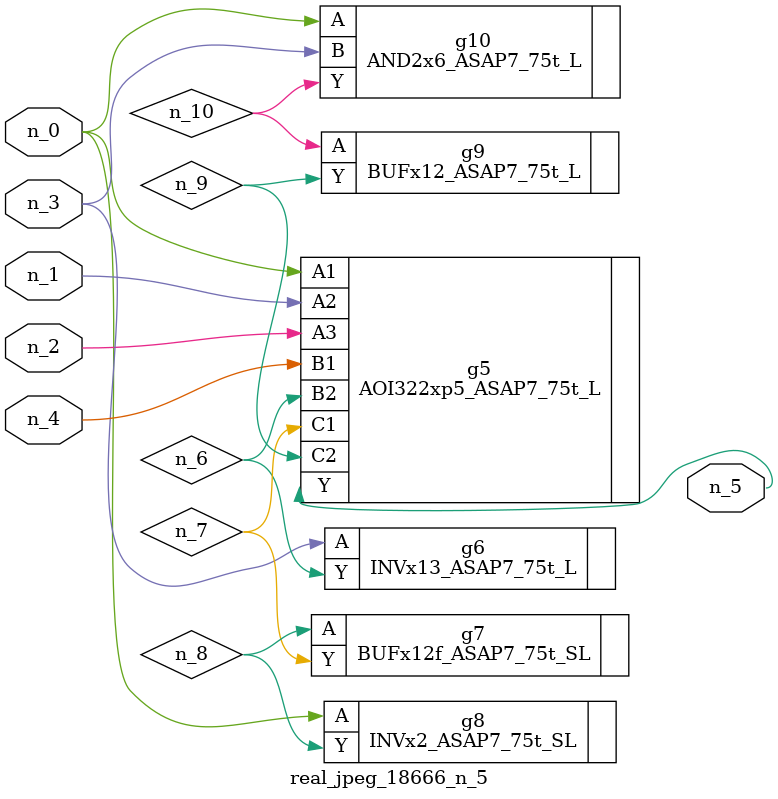
<source format=v>
module real_jpeg_18666_n_5 (n_4, n_0, n_1, n_2, n_3, n_5);

input n_4;
input n_0;
input n_1;
input n_2;
input n_3;

output n_5;

wire n_8;
wire n_6;
wire n_7;
wire n_10;
wire n_9;

AOI322xp5_ASAP7_75t_L g5 ( 
.A1(n_0),
.A2(n_1),
.A3(n_2),
.B1(n_4),
.B2(n_6),
.C1(n_7),
.C2(n_9),
.Y(n_5)
);

INVx2_ASAP7_75t_SL g8 ( 
.A(n_0),
.Y(n_8)
);

AND2x6_ASAP7_75t_L g10 ( 
.A(n_0),
.B(n_3),
.Y(n_10)
);

INVx13_ASAP7_75t_L g6 ( 
.A(n_3),
.Y(n_6)
);

BUFx12f_ASAP7_75t_SL g7 ( 
.A(n_8),
.Y(n_7)
);

BUFx12_ASAP7_75t_L g9 ( 
.A(n_10),
.Y(n_9)
);


endmodule
</source>
